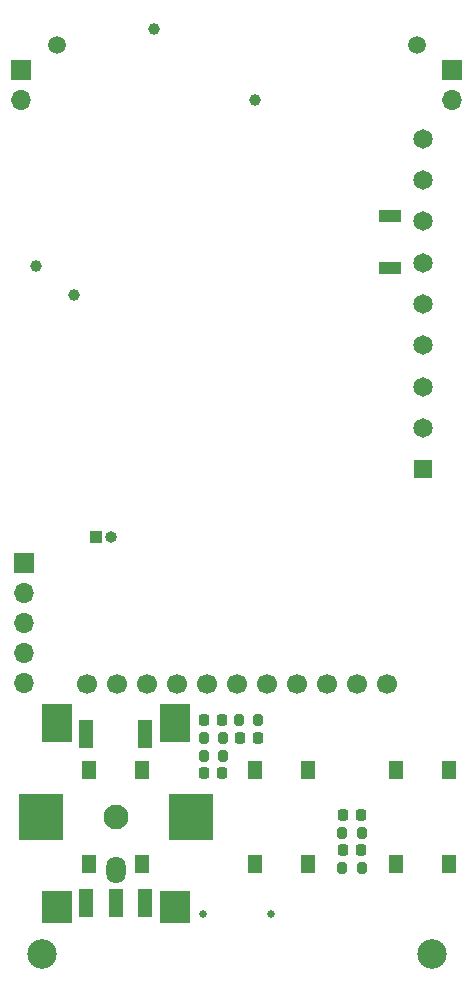
<source format=gbr>
%TF.GenerationSoftware,KiCad,Pcbnew,7.0.8*%
%TF.CreationDate,2023-12-22T16:46:09+01:00*%
%TF.ProjectId,AxxSolder,41787853-6f6c-4646-9572-2e6b69636164,rev?*%
%TF.SameCoordinates,Original*%
%TF.FileFunction,Soldermask,Top*%
%TF.FilePolarity,Negative*%
%FSLAX46Y46*%
G04 Gerber Fmt 4.6, Leading zero omitted, Abs format (unit mm)*
G04 Created by KiCad (PCBNEW 7.0.8) date 2023-12-22 16:46:09*
%MOMM*%
%LPD*%
G01*
G04 APERTURE LIST*
G04 Aperture macros list*
%AMRoundRect*
0 Rectangle with rounded corners*
0 $1 Rounding radius*
0 $2 $3 $4 $5 $6 $7 $8 $9 X,Y pos of 4 corners*
0 Add a 4 corners polygon primitive as box body*
4,1,4,$2,$3,$4,$5,$6,$7,$8,$9,$2,$3,0*
0 Add four circle primitives for the rounded corners*
1,1,$1+$1,$2,$3*
1,1,$1+$1,$4,$5*
1,1,$1+$1,$6,$7*
1,1,$1+$1,$8,$9*
0 Add four rect primitives between the rounded corners*
20,1,$1+$1,$2,$3,$4,$5,0*
20,1,$1+$1,$4,$5,$6,$7,0*
20,1,$1+$1,$6,$7,$8,$9,0*
20,1,$1+$1,$8,$9,$2,$3,0*%
G04 Aperture macros list end*
%ADD10R,3.750000X4.000000*%
%ADD11R,2.500000X2.700000*%
%ADD12R,2.500000X3.200000*%
%ADD13R,1.300000X2.400000*%
%ADD14O,1.650000X2.300000*%
%ADD15C,2.100000*%
%ADD16C,2.500000*%
%ADD17C,0.650000*%
%ADD18R,1.300000X1.550000*%
%ADD19R,1.000000X1.000000*%
%ADD20O,1.000000X1.000000*%
%ADD21C,1.000000*%
%ADD22C,1.700000*%
%ADD23C,1.500000*%
%ADD24R,1.930000X1.000000*%
%ADD25O,1.700000X1.700000*%
%ADD26R,1.700000X1.700000*%
%ADD27C,1.650000*%
%ADD28R,1.650000X1.650000*%
%ADD29RoundRect,0.200000X0.200000X0.275000X-0.200000X0.275000X-0.200000X-0.275000X0.200000X-0.275000X0*%
%ADD30RoundRect,0.200000X-0.200000X-0.275000X0.200000X-0.275000X0.200000X0.275000X-0.200000X0.275000X0*%
%ADD31RoundRect,0.225000X-0.225000X-0.250000X0.225000X-0.250000X0.225000X0.250000X-0.225000X0.250000X0*%
G04 APERTURE END LIST*
D10*
%TO.C,U3*%
X176625000Y-135400000D03*
D11*
X175250000Y-143050000D03*
D12*
X175250000Y-127500000D03*
D11*
X165250000Y-143050000D03*
D12*
X165250000Y-127500000D03*
D10*
X163875000Y-135400000D03*
D13*
X172750000Y-128400000D03*
X167750000Y-128400000D03*
X172750000Y-142700000D03*
X170250000Y-142700000D03*
X167750000Y-142700000D03*
D14*
X170250000Y-139900000D03*
D15*
X170250000Y-135400000D03*
%TD*%
D16*
%TO.C,H1*%
X164000000Y-147000000D03*
%TD*%
%TO.C,H2*%
X197000000Y-147000000D03*
%TD*%
D17*
%TO.C,J1*%
X177610000Y-143647000D03*
X183390000Y-143647000D03*
%TD*%
D18*
%TO.C,S1*%
X168000000Y-139375000D03*
X172500000Y-139375000D03*
X168000000Y-131425000D03*
X172500000Y-131425000D03*
%TD*%
%TO.C,S2*%
X182000000Y-139375000D03*
X186500000Y-139375000D03*
X182000000Y-131425000D03*
X186500000Y-131425000D03*
%TD*%
%TO.C,S3*%
X194000000Y-139375000D03*
X198500000Y-139375000D03*
X194000000Y-131425000D03*
X198500000Y-131425000D03*
%TD*%
D19*
%TO.C,J4*%
X168600000Y-111750000D03*
D20*
X169870000Y-111750000D03*
%TD*%
D21*
%TO.C,TP6*%
X173500000Y-68750000D03*
%TD*%
%TO.C,TP7*%
X182000000Y-74750000D03*
%TD*%
%TO.C,TP2*%
X166750000Y-91250000D03*
%TD*%
%TO.C,TP1*%
X163500000Y-88750000D03*
%TD*%
D22*
%TO.C,U1*%
X193200000Y-124152000D03*
X190660000Y-124152000D03*
X188120000Y-124152000D03*
X185580000Y-124152000D03*
X183040000Y-124152000D03*
X180500000Y-124152000D03*
X177960000Y-124152000D03*
X175420000Y-124152000D03*
X172880000Y-124152000D03*
X170340000Y-124152000D03*
X167800000Y-124152000D03*
D23*
X195740000Y-70050000D03*
X165260000Y-70050000D03*
%TD*%
D24*
%TO.C,D10*%
X193500000Y-84550000D03*
X193500000Y-88950000D03*
%TD*%
D25*
%TO.C,REF\u002A\u002A*%
X198750000Y-74765000D03*
D26*
X198750000Y-72225000D03*
%TD*%
D25*
%TO.C,REF\u002A\u002A*%
X162250000Y-74765000D03*
D26*
X162250000Y-72225000D03*
%TD*%
D27*
%TO.C,J2*%
X196250000Y-78000000D03*
X196250000Y-81500000D03*
X196250000Y-85000000D03*
X196250000Y-88500000D03*
X196250000Y-92000000D03*
X196250000Y-95500000D03*
X196250000Y-99000000D03*
X196250000Y-102500000D03*
D28*
X196250000Y-106000000D03*
%TD*%
D29*
%TO.C,R33*%
X179325000Y-130250000D03*
X177675000Y-130250000D03*
%TD*%
D30*
%TO.C,R32*%
X177675000Y-128750000D03*
X179325000Y-128750000D03*
%TD*%
%TO.C,R29*%
X189425000Y-136750000D03*
X191075000Y-136750000D03*
%TD*%
%TO.C,R28*%
X189425000Y-139750000D03*
X191075000Y-139750000D03*
%TD*%
%TO.C,R27*%
X182325000Y-127250000D03*
X180675000Y-127250000D03*
%TD*%
D31*
%TO.C,C34*%
X177725000Y-131740000D03*
X179275000Y-131740000D03*
%TD*%
%TO.C,C33*%
X177725000Y-127250000D03*
X179275000Y-127250000D03*
%TD*%
%TO.C,C28*%
X189475000Y-135250000D03*
X191025000Y-135250000D03*
%TD*%
%TO.C,C27*%
X189475000Y-138250000D03*
X191025000Y-138250000D03*
%TD*%
%TO.C,C26*%
X180725000Y-128750000D03*
X182275000Y-128750000D03*
%TD*%
D25*
%TO.C,J3*%
X162500000Y-124080000D03*
X162500000Y-121540000D03*
X162500000Y-119000000D03*
X162500000Y-116460000D03*
D26*
X162500000Y-113920000D03*
%TD*%
M02*

</source>
